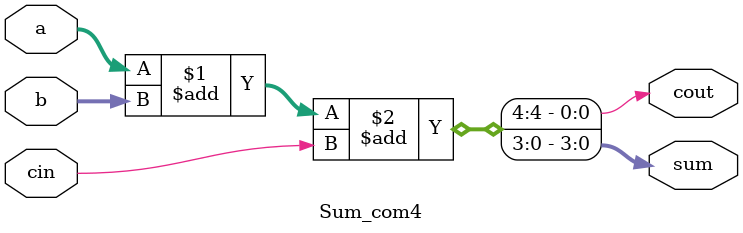
<source format=v>
`timescale 1ns / 1ns

module Sum_com4(

input [3:0]a,
input [3:0]b,
input cin,
output [3:0]sum,
output cout);

assign {cout, sum}= a + b + cin;

endmodule

</source>
